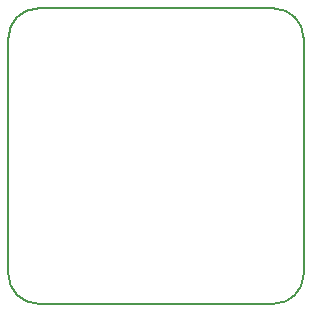
<source format=gm1>
G04 #@! TF.GenerationSoftware,KiCad,Pcbnew,(5.0.1)-4*
G04 #@! TF.CreationDate,2020-10-11T14:42:23+02:00*
G04 #@! TF.ProjectId,GP2Y0D8xxZ0F,4750325930443878785A30462E6B6963,1*
G04 #@! TF.SameCoordinates,Original*
G04 #@! TF.FileFunction,Profile,NP*
%FSLAX46Y46*%
G04 Gerber Fmt 4.6, Leading zero omitted, Abs format (unit mm)*
G04 Created by KiCad (PCBNEW (5.0.1)-4) date 10/11/2020 2:42:23 PM*
%MOMM*%
%LPD*%
G01*
G04 APERTURE LIST*
%ADD10C,0.150000*%
G04 APERTURE END LIST*
D10*
X68500000Y-78500000D02*
G75*
G02X71000000Y-76000000I2500000J0D01*
G01*
X91000000Y-76000000D02*
G75*
G02X93500000Y-78500000I0J-2500000D01*
G01*
X93500000Y-98500000D02*
G75*
G02X91000000Y-101000000I-2500000J0D01*
G01*
X71000000Y-101000000D02*
G75*
G02X68500000Y-98500000I0J2500000D01*
G01*
X91000000Y-101000000D02*
X71000000Y-101000000D01*
X93500000Y-78450000D02*
X93500000Y-98500000D01*
X71000000Y-76000000D02*
X91000000Y-76000000D01*
X68500000Y-98500000D02*
X68500000Y-78500000D01*
X68500000Y-98460000D02*
G75*
G03X71040000Y-101000000I2540000J0D01*
G01*
X91000000Y-101000000D02*
G75*
G03X93500000Y-98539680I0J2500320D01*
G01*
X93500000Y-78540000D02*
G75*
G03X90960000Y-76000000I-2540000J0D01*
G01*
X71040000Y-76000000D02*
G75*
G03X68500000Y-78540000I0J-2540000D01*
G01*
M02*

</source>
